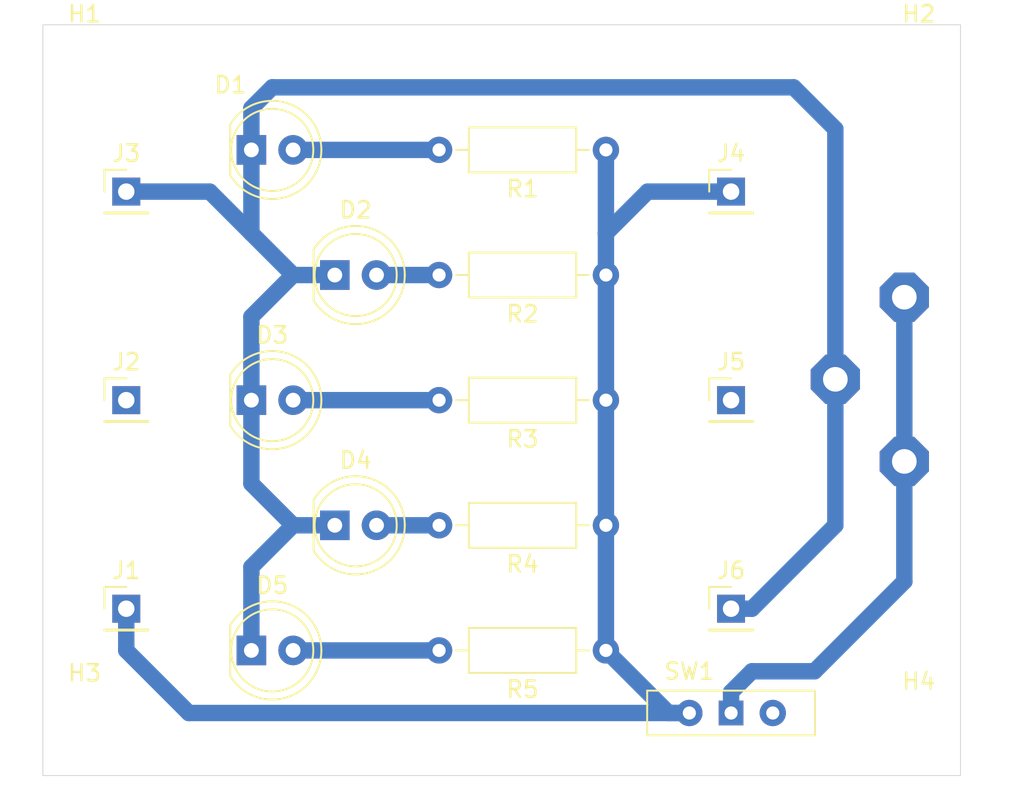
<source format=kicad_pcb>
(kicad_pcb (version 20240108) (generator "pcbnew") (generator_version "8.0")
  (layers (0 "F.Cu" signal) (31 "B.Cu" signal) (34 "B.Paste" user) (35 "F.Paste" user) (36 "B.SilkS" user "B.Silkscreen") (37 "F.SilkS" user "F.Silkscreen") (38 "B.Mask" user) (39 "F.Mask" user) (44 "Edge.Cuts" user))
  (net 0 "")
  (net 1 "Net-(BT1--)")
  (net 2 "Net-(BT1-+)")
  (net 3 "Net-(D1-A)")
  (net 7 "Net-(D2-A)")
  (net 8 "Net-(D3-A)")
  (net 9 "Net-(D4-A)")
  (net 10 "Net-(D5-A)")
  (net 11 "Net-(J1-Pin_1)")
  (footprint "LED_THT:LED_D5.0mm" (layer "F.Cu") (at 101.6 83.82)
    (property "Reference" "D3" (at 1.27 -3.96 0) (layer "F.SilkS"))
    (property "Value" "LED")
    (fp_line (start -1.29 -1.545) (end -1.29 1.545) (stroke (width 0.12)) (layer "F.SilkS"))
    (fp_arc (start -1.29 -1.54483) (mid 2.072002 -2.880433) (end 4.26 0.000462) (stroke (width 0.12)) (layer "F.SilkS"))
    (fp_arc (start 4.26 -0.000462) (mid 2.072002 2.880433) (end -1.29 1.54483) (stroke (width 0.12)) (layer "F.SilkS"))
    (fp_circle (center 1.27 0) (end 3.77 0) (stroke (width 0.12)) (fill none) (layer "F.SilkS"))
    (pad "1" thru_hole rect (at 0 0) (size 1.8 1.8) (drill 0.9) (layers "*.Cu" "*.Mask") (net 1 "Net-(BT1--)"))
    (pad "2" thru_hole circle (at 2.54 0) (size 1.8 1.8) (drill 0.9) (layers "*.Cu" "*.Mask") (net 8 "Net-(D3-A)"))
  )
  (footprint "Resistor_THT:R_Axial_DIN0207_L6.3mm_D2.5mm_P10.16mm_Horizontal" (layer "F.Cu") (at 123.19 83.82 180)
    (property "Reference" "R3" (at 5.08 -2.37 180) (layer "F.SilkS"))
    (property "Value" "R")
    (fp_line (start 9.12 0) (end 8.35 0) (stroke (width 0.12)) (layer "F.SilkS"))
    (fp_line (start 8.35 1.37) (end 8.35 -1.37) (stroke (width 0.12)) (layer "F.SilkS"))
    (fp_line (start 8.35 -1.37) (end 1.81 -1.37) (stroke (width 0.12)) (layer "F.SilkS"))
    (fp_line (start 1.81 1.37) (end 8.35 1.37) (stroke (width 0.12)) (layer "F.SilkS"))
    (fp_line (start 1.81 -1.37) (end 1.81 1.37) (stroke (width 0.12)) (layer "F.SilkS"))
    (fp_line (start 1.04 0) (end 1.81 0) (stroke (width 0.12)) (layer "F.SilkS"))
    (pad "1" thru_hole circle (at 0 0 180) (size 1.6 1.6) (drill 0.8) (layers "*.Cu" "*.Mask") (net 11 "Net-(J1-Pin_1)"))
    (pad "2" thru_hole oval (at 10.16 0 180) (size 1.6 1.6) (drill 0.8) (layers "*.Cu" "*.Mask") (net 8 "Net-(D3-A)"))
  )
  (footprint "LED_THT:LED_D5.0mm" (layer "F.Cu") (at 101.6 68.58)
    (property "Reference" "D1" (at -1.27 -3.96 0) (layer "F.SilkS"))
    (property "Value" "LED")
    (fp_line (start -1.29 -1.545) (end -1.29 1.545) (stroke (width 0.12)) (layer "F.SilkS"))
    (fp_arc (start -1.29 -1.54483) (mid 2.072002 -2.880433) (end 4.26 0.000462) (stroke (width 0.12)) (layer "F.SilkS"))
    (fp_arc (start 4.26 -0.000462) (mid 2.072002 2.880433) (end -1.29 1.54483) (stroke (width 0.12)) (layer "F.SilkS"))
    (fp_circle (center 1.27 0) (end 3.77 0) (stroke (width 0.12)) (fill none) (layer "F.SilkS"))
    (pad "1" thru_hole rect (at 0 0) (size 1.8 1.8) (drill 0.9) (layers "*.Cu" "*.Mask") (net 1 "Net-(BT1--)"))
    (pad "2" thru_hole circle (at 2.54 0) (size 1.8 1.8) (drill 0.9) (layers "*.Cu" "*.Mask") (net 3 "Net-(D1-A)"))
  )
  (footprint "Resistor_THT:R_Axial_DIN0207_L6.3mm_D2.5mm_P10.16mm_Horizontal" (layer "F.Cu") (at 123.19 76.2 180)
    (property "Reference" "R2" (at 5.08 -2.37 180) (layer "F.SilkS"))
    (property "Value" "R")
    (fp_line (start 9.12 0) (end 8.35 0) (stroke (width 0.12)) (layer "F.SilkS"))
    (fp_line (start 8.35 1.37) (end 8.35 -1.37) (stroke (width 0.12)) (layer "F.SilkS"))
    (fp_line (start 8.35 -1.37) (end 1.81 -1.37) (stroke (width 0.12)) (layer "F.SilkS"))
    (fp_line (start 1.81 1.37) (end 8.35 1.37) (stroke (width 0.12)) (layer "F.SilkS"))
    (fp_line (start 1.81 -1.37) (end 1.81 1.37) (stroke (width 0.12)) (layer "F.SilkS"))
    (fp_line (start 1.04 0) (end 1.81 0) (stroke (width 0.12)) (layer "F.SilkS"))
    (pad "1" thru_hole circle (at 0 0 180) (size 1.6 1.6) (drill 0.8) (layers "*.Cu" "*.Mask") (net 11 "Net-(J1-Pin_1)"))
    (pad "2" thru_hole oval (at 10.16 0 180) (size 1.6 1.6) (drill 0.8) (layers "*.Cu" "*.Mask") (net 7 "Net-(D2-A)"))
  )
  (footprint "LED_THT:LED_D5.0mm" (layer "F.Cu") (at 106.68 91.44)
    (property "Reference" "D4" (at 1.27 -3.96 0) (layer "F.SilkS"))
    (property "Value" "LED")
    (fp_line (start -1.29 -1.545) (end -1.29 1.545) (stroke (width 0.12)) (layer "F.SilkS"))
    (fp_arc (start -1.29 -1.54483) (mid 2.072002 -2.880433) (end 4.26 0.000462) (stroke (width 0.12)) (layer "F.SilkS"))
    (fp_arc (start 4.26 -0.000462) (mid 2.072002 2.880433) (end -1.29 1.54483) (stroke (width 0.12)) (layer "F.SilkS"))
    (fp_circle (center 1.27 0) (end 3.77 0) (stroke (width 0.12)) (fill none) (layer "F.SilkS"))
    (pad "1" thru_hole rect (at 0 0) (size 1.8 1.8) (drill 0.9) (layers "*.Cu" "*.Mask") (net 1 "Net-(BT1--)"))
    (pad "2" thru_hole circle (at 2.54 0) (size 1.8 1.8) (drill 0.9) (layers "*.Cu" "*.Mask") (net 9 "Net-(D4-A)"))
  )
  (footprint "Button_Switch_THT:SW_Slide-03_Wuerth-WS-SLTV_10x2.5x6.4_P2.54mm" (layer "F.Cu") (at 130.81 102.87)
    (property "Reference" "SW1" (at -2.54 -2.54 0) (layer "F.SilkS"))
    (property "Value" "SW_SPDT_312")
    (fp_rect (start -5.11 -1.36) (end 5.11 1.36) (stroke (width 0.12)) (fill none) (layer "F.SilkS"))
    (pad "1" thru_hole rect (at 0 0) (size 1.5 1.5) (drill 0.8) (layers "*.Cu" "*.Mask") (net 2 "Net-(BT1-+)"))
    (pad "2" thru_hole circle (at -2.54 0) (size 1.6 1.6) (drill 0.8) (layers "*.Cu" "*.Mask") (net 11 "Net-(J1-Pin_1)"))
    (pad "3" thru_hole circle (at 2.54 0) (size 1.6 1.6) (drill 0.8) (layers "*.Cu" "*.Mask"))
  )
  (footprint "Connector_PinHeader_2.54mm:PinHeader_1x01_P2.54mm_Vertical" (layer "F.Cu") (at 130.81 71.12)
    (property "Reference" "J4" (at 0 -2.33 0) (layer "F.SilkS"))
    (property "Value" "LED Figur 2/1")
    (fp_line (start -1.33 -1.33) (end 0 -1.33) (stroke (width 0.12)) (layer "F.SilkS"))
    (fp_line (start -1.33 0) (end -1.33 -1.33) (stroke (width 0.12)) (layer "F.SilkS"))
    (fp_line (start -1.33 1.27) (end -1.33 1.33) (stroke (width 0.12)) (layer "F.SilkS"))
    (fp_line (start -1.33 1.27) (end 1.33 1.27) (stroke (width 0.12)) (layer "F.SilkS"))
    (fp_line (start -1.33 1.33) (end 1.33 1.33) (stroke (width 0.12)) (layer "F.SilkS"))
    (fp_line (start 1.33 1.27) (end 1.33 1.33) (stroke (width 0.12)) (layer "F.SilkS"))
    (pad "1" thru_hole rect (at 0 0) (size 1.7 1.7) (drill 1) (layers "*.Cu" "*.Mask") (net 11 "Net-(J1-Pin_1)"))
  )
  (footprint "Resistor_THT:R_Axial_DIN0207_L6.3mm_D2.5mm_P10.16mm_Horizontal" (layer "F.Cu") (at 123.19 68.58 180)
    (property "Reference" "R1" (at 5.08 -2.37 180) (layer "F.SilkS"))
    (property "Value" "R")
    (fp_line (start 9.12 0) (end 8.35 0) (stroke (width 0.12)) (layer "F.SilkS"))
    (fp_line (start 8.35 1.37) (end 8.35 -1.37) (stroke (width 0.12)) (layer "F.SilkS"))
    (fp_line (start 8.35 -1.37) (end 1.81 -1.37) (stroke (width 0.12)) (layer "F.SilkS"))
    (fp_line (start 1.81 1.37) (end 8.35 1.37) (stroke (width 0.12)) (layer "F.SilkS"))
    (fp_line (start 1.81 -1.37) (end 1.81 1.37) (stroke (width 0.12)) (layer "F.SilkS"))
    (fp_line (start 1.04 0) (end 1.81 0) (stroke (width 0.12)) (layer "F.SilkS"))
    (pad "1" thru_hole circle (at 0 0 180) (size 1.6 1.6) (drill 0.8) (layers "*.Cu" "*.Mask") (net 11 "Net-(J1-Pin_1)"))
    (pad "2" thru_hole oval (at 10.16 0 180) (size 1.6 1.6) (drill 0.8) (layers "*.Cu" "*.Mask") (net 3 "Net-(D1-A)"))
  )
  (footprint "MountingHole:MountingHole_2.1mm" (layer "F.Cu") (at 91.44 63.5)
    (property "Reference" "H1" (at 0 -3.2 0) (layer "F.SilkS"))
    (property "Value" "MountingHole")
    (pad "" np_thru_hole circle (at 0 0) (size 2.1 2.1) (drill 2.1) (layers "*.Cu" "*.Mask"))
  )
  (footprint "LED_THT:LED_D5.0mm" (layer "F.Cu") (at 106.68 76.2)
    (property "Reference" "D2" (at 1.27 -3.96 0) (layer "F.SilkS"))
    (property "Value" "LED")
    (fp_line (start -1.29 -1.545) (end -1.29 1.545) (stroke (width 0.12)) (layer "F.SilkS"))
    (fp_arc (start -1.29 -1.54483) (mid 2.072002 -2.880433) (end 4.26 0.000462) (stroke (width 0.12)) (layer "F.SilkS"))
    (fp_arc (start 4.26 -0.000462) (mid 2.072002 2.880433) (end -1.29 1.54483) (stroke (width 0.12)) (layer "F.SilkS"))
    (fp_circle (center 1.27 0) (end 3.77 0) (stroke (width 0.12)) (fill none) (layer "F.SilkS"))
    (pad "1" thru_hole rect (at 0 0) (size 1.8 1.8) (drill 0.9) (layers "*.Cu" "*.Mask") (net 1 "Net-(BT1--)"))
    (pad "2" thru_hole circle (at 2.54 0) (size 1.8 1.8) (drill 0.9) (layers "*.Cu" "*.Mask") (net 7 "Net-(D2-A)"))
  )
  (footprint "MountingHole:MountingHole_2.1mm" (layer "F.Cu") (at 91.44 103.64)
    (property "Reference" "H3" (at 0 -3.2 0) (layer "F.SilkS"))
    (property "Value" "MountingHole")
    (pad "" np_thru_hole circle (at 0 0) (size 2.1 2.1) (drill 2.1) (layers "*.Cu" "*.Mask"))
  )
  (footprint "MountingHole:MountingHole_2.1mm" (layer "F.Cu") (at 142.24 104.14)
    (property "Reference" "H4" (at 0 -3.2 0) (layer "F.SilkS"))
    (property "Value" "MountingHole")
    (pad "" np_thru_hole circle (at 0 0) (size 2.1 2.1) (drill 2.1) (layers "*.Cu" "*.Mask"))
  )
  (footprint "Connector_PinHeader_2.54mm:PinHeader_1x01_P2.54mm_Vertical" (layer "F.Cu") (at 130.81 83.82)
    (property "Reference" "J5" (at 0 -2.33 0) (layer "F.SilkS"))
    (property "Value" "LED Figur 2/2")
    (fp_line (start -1.33 -1.33) (end 0 -1.33) (stroke (width 0.12)) (layer "F.SilkS"))
    (fp_line (start -1.33 0) (end -1.33 -1.33) (stroke (width 0.12)) (layer "F.SilkS"))
    (fp_line (start -1.33 1.27) (end -1.33 1.33) (stroke (width 0.12)) (layer "F.SilkS"))
    (fp_line (start -1.33 1.27) (end 1.33 1.27) (stroke (width 0.12)) (layer "F.SilkS"))
    (fp_line (start -1.33 1.33) (end 1.33 1.33) (stroke (width 0.12)) (layer "F.SilkS"))
    (fp_line (start 1.33 1.27) (end 1.33 1.33) (stroke (width 0.12)) (layer "F.SilkS"))
    (pad "1" thru_hole rect (at 0 0) (size 1.7 1.7) (drill 1) (layers "*.Cu" "*.Mask"))
  )
  (footprint "HTL_Saalfelden_Bernsteiner:Varta CR2032" (layer "F.Cu") (at 137.16 82.55 90)
    (property "Reference" "BT1" (hide yes))
    (property "Value" "Battery_Cell" (hide yes))
    (pad "1" thru_hole roundrect (at -5 4.2 90) (size 3 3) (drill 1.5) (layers "*.Cu" "*.Mask") (roundrect_rratio 0) (chamfer_ratio 0.3) (chamfer top_left top_right bottom_left bottom_right) (net 2 "Net-(BT1-+)"))
    (pad "1" thru_hole roundrect (at 5 4.2 90) (size 3 3) (drill 1.5) (layers "*.Cu" "*.Mask") (roundrect_rratio 0) (chamfer_ratio 0.3) (chamfer top_left top_right bottom_left bottom_right) (net 2 "Net-(BT1-+)"))
    (pad "2" thru_hole roundrect (at 0 0 90) (size 3 3) (drill 1.5) (layers "*.Cu" "*.Mask") (roundrect_rratio 0) (chamfer_ratio 0.3) (chamfer top_left top_right bottom_left bottom_right) (net 1 "Net-(BT1--)"))
  )
  (footprint "LED_THT:LED_D5.0mm" (layer "F.Cu") (at 101.6 99.06)
    (property "Reference" "D5" (at 1.27 -3.96 0) (layer "F.SilkS"))
    (property "Value" "LED")
    (fp_line (start -1.29 -1.545) (end -1.29 1.545) (stroke (width 0.12)) (layer "F.SilkS"))
    (fp_arc (start -1.29 -1.54483) (mid 2.072002 -2.880433) (end 4.26 0.000462) (stroke (width 0.12)) (layer "F.SilkS"))
    (fp_arc (start 4.26 -0.000462) (mid 2.072002 2.880433) (end -1.29 1.54483) (stroke (width 0.12)) (layer "F.SilkS"))
    (fp_circle (center 1.27 0) (end 3.77 0) (stroke (width 0.12)) (fill none) (layer "F.SilkS"))
    (pad "1" thru_hole rect (at 0 0) (size 1.8 1.8) (drill 0.9) (layers "*.Cu" "*.Mask") (net 1 "Net-(BT1--)"))
    (pad "2" thru_hole circle (at 2.54 0) (size 1.8 1.8) (drill 0.9) (layers "*.Cu" "*.Mask") (net 10 "Net-(D5-A)"))
  )
  (footprint "Resistor_THT:R_Axial_DIN0207_L6.3mm_D2.5mm_P10.16mm_Horizontal" (layer "F.Cu") (at 123.19 99.06 180)
    (property "Reference" "R5" (at 5.08 -2.37 180) (layer "F.SilkS"))
    (property "Value" "R")
    (fp_line (start 9.12 0) (end 8.35 0) (stroke (width 0.12)) (layer "F.SilkS"))
    (fp_line (start 8.35 1.37) (end 8.35 -1.37) (stroke (width 0.12)) (layer "F.SilkS"))
    (fp_line (start 8.35 -1.37) (end 1.81 -1.37) (stroke (width 0.12)) (layer "F.SilkS"))
    (fp_line (start 1.81 1.37) (end 8.35 1.37) (stroke (width 0.12)) (layer "F.SilkS"))
    (fp_line (start 1.81 -1.37) (end 1.81 1.37) (stroke (width 0.12)) (layer "F.SilkS"))
    (fp_line (start 1.04 0) (end 1.81 0) (stroke (width 0.12)) (layer "F.SilkS"))
    (pad "1" thru_hole circle (at 0 0 180) (size 1.6 1.6) (drill 0.8) (layers "*.Cu" "*.Mask") (net 11 "Net-(J1-Pin_1)"))
    (pad "2" thru_hole oval (at 10.16 0 180) (size 1.6 1.6) (drill 0.8) (layers "*.Cu" "*.Mask") (net 10 "Net-(D5-A)"))
  )
  (footprint "Connector_PinHeader_2.54mm:PinHeader_1x01_P2.54mm_Vertical" (layer "F.Cu") (at 130.81 96.52)
    (property "Reference" "J6" (at 0 -2.33 0) (layer "F.SilkS"))
    (property "Value" "LED Figur 2/3")
    (fp_line (start -1.33 -1.33) (end 0 -1.33) (stroke (width 0.12)) (layer "F.SilkS"))
    (fp_line (start -1.33 0) (end -1.33 -1.33) (stroke (width 0.12)) (layer "F.SilkS"))
    (fp_line (start -1.33 1.27) (end -1.33 1.33) (stroke (width 0.12)) (layer "F.SilkS"))
    (fp_line (start -1.33 1.27) (end 1.33 1.27) (stroke (width 0.12)) (layer "F.SilkS"))
    (fp_line (start -1.33 1.33) (end 1.33 1.33) (stroke (width 0.12)) (layer "F.SilkS"))
    (fp_line (start 1.33 1.27) (end 1.33 1.33) (stroke (width 0.12)) (layer "F.SilkS"))
    (pad "1" thru_hole rect (at 0 0) (size 1.7 1.7) (drill 1) (layers "*.Cu" "*.Mask") (net 1 "Net-(BT1--)"))
  )
  (footprint "Connector_PinHeader_2.54mm:PinHeader_1x01_P2.54mm_Vertical" (layer "F.Cu") (at 93.98 71.12)
    (property "Reference" "J3" (at 0 -2.33 0) (layer "F.SilkS"))
    (property "Value" "LED Figur 1/3")
    (fp_line (start -1.33 -1.33) (end 0 -1.33) (stroke (width 0.12)) (layer "F.SilkS"))
    (fp_line (start -1.33 0) (end -1.33 -1.33) (stroke (width 0.12)) (layer "F.SilkS"))
    (fp_line (start -1.33 1.27) (end -1.33 1.33) (stroke (width 0.12)) (layer "F.SilkS"))
    (fp_line (start -1.33 1.27) (end 1.33 1.27) (stroke (width 0.12)) (layer "F.SilkS"))
    (fp_line (start -1.33 1.33) (end 1.33 1.33) (stroke (width 0.12)) (layer "F.SilkS"))
    (fp_line (start 1.33 1.27) (end 1.33 1.33) (stroke (width 0.12)) (layer "F.SilkS"))
    (pad "1" thru_hole rect (at 0 0) (size 1.7 1.7) (drill 1) (layers "*.Cu" "*.Mask") (net 1 "Net-(BT1--)"))
  )
  (footprint "Resistor_THT:R_Axial_DIN0207_L6.3mm_D2.5mm_P10.16mm_Horizontal" (layer "F.Cu") (at 123.19 91.44 180)
    (property "Reference" "R4" (at 5.08 -2.37 180) (layer "F.SilkS"))
    (property "Value" "R")
    (fp_line (start 9.12 0) (end 8.35 0) (stroke (width 0.12)) (layer "F.SilkS"))
    (fp_line (start 8.35 1.37) (end 8.35 -1.37) (stroke (width 0.12)) (layer "F.SilkS"))
    (fp_line (start 8.35 -1.37) (end 1.81 -1.37) (stroke (width 0.12)) (layer "F.SilkS"))
    (fp_line (start 1.81 1.37) (end 8.35 1.37) (stroke (width 0.12)) (layer "F.SilkS"))
    (fp_line (start 1.81 -1.37) (end 1.81 1.37) (stroke (width 0.12)) (layer "F.SilkS"))
    (fp_line (start 1.04 0) (end 1.81 0) (stroke (width 0.12)) (layer "F.SilkS"))
    (pad "1" thru_hole circle (at 0 0 180) (size 1.6 1.6) (drill 0.8) (layers "*.Cu" "*.Mask") (net 11 "Net-(J1-Pin_1)"))
    (pad "2" thru_hole oval (at 10.16 0 180) (size 1.6 1.6) (drill 0.8) (layers "*.Cu" "*.Mask") (net 9 "Net-(D4-A)"))
  )
  (footprint "Connector_PinHeader_2.54mm:PinHeader_1x01_P2.54mm_Vertical" (layer "F.Cu") (at 93.98 96.52)
    (property "Reference" "J1" (at 0 -2.33 0) (layer "F.SilkS"))
    (property "Value" "LED Figur 1/1")
    (fp_line (start -1.33 -1.33) (end 0 -1.33) (stroke (width 0.12)) (layer "F.SilkS"))
    (fp_line (start -1.33 0) (end -1.33 -1.33) (stroke (width 0.12)) (layer "F.SilkS"))
    (fp_line (start -1.33 1.27) (end -1.33 1.33) (stroke (width 0.12)) (layer "F.SilkS"))
    (fp_line (start -1.33 1.27) (end 1.33 1.27) (stroke (width 0.12)) (layer "F.SilkS"))
    (fp_line (start -1.33 1.33) (end 1.33 1.33) (stroke (width 0.12)) (layer "F.SilkS"))
    (fp_line (start 1.33 1.27) (end 1.33 1.33) (stroke (width 0.12)) (layer "F.SilkS"))
    (pad "1" thru_hole rect (at 0 0) (size 1.7 1.7) (drill 1) (layers "*.Cu" "*.Mask") (net 11 "Net-(J1-Pin_1)"))
  )
  (footprint "MountingHole:MountingHole_2.1mm" (layer "F.Cu") (at 142.24 63.5)
    (property "Reference" "H2" (at 0 -3.2 0) (layer "F.SilkS"))
    (property "Value" "MountingHole")
    (pad "" np_thru_hole circle (at 0 0) (size 2.1 2.1) (drill 2.1) (layers "*.Cu" "*.Mask"))
  )
  (footprint "Connector_PinHeader_2.54mm:PinHeader_1x01_P2.54mm_Vertical" (layer "F.Cu") (at 93.98 83.82)
    (property "Reference" "J2" (at 0 -2.33 0) (layer "F.SilkS"))
    (property "Value" "LED Figur 1/2")
    (fp_line (start -1.33 -1.33) (end 0 -1.33) (stroke (width 0.12)) (layer "F.SilkS"))
    (fp_line (start -1.33 0) (end -1.33 -1.33) (stroke (width 0.12)) (layer "F.SilkS"))
    (fp_line (start -1.33 1.27) (end -1.33 1.33) (stroke (width 0.12)) (layer "F.SilkS"))
    (fp_line (start -1.33 1.27) (end 1.33 1.27) (stroke (width 0.12)) (layer "F.SilkS"))
    (fp_line (start -1.33 1.33) (end 1.33 1.33) (stroke (width 0.12)) (layer "F.SilkS"))
    (fp_line (start 1.33 1.27) (end 1.33 1.33) (stroke (width 0.12)) (layer "F.SilkS"))
    (pad "1" thru_hole rect (at 0 0) (size 1.7 1.7) (drill 1) (layers "*.Cu" "*.Mask"))
  )
  (gr_rect (start 88.9 60.96) (end 144.78 106.68) (stroke (width 0.05)) (fill none) (layer "Edge.Cuts"))
  (segment (start 104.14 76.2) (end 101.6 73.66) (width 1) (layer "B.Cu") (net 1))
  (segment (start 101.6 73.66) (end 101.6 68.58) (width 1) (layer "B.Cu") (net 1))
  (segment (start 101.6 83.82) (end 101.6 78.74) (width 1) (layer "B.Cu") (net 1))
  (segment (start 101.6 68.58) (end 101.6 66.04) (width 1) (layer "B.Cu") (net 1))
  (segment (start 102.87 64.77) (end 134.62 64.77) (width 1) (layer "B.Cu") (net 1))
  (segment (start 101.6 88.9) (end 101.6 83.82) (width 1) (layer "B.Cu") (net 1))
  (segment (start 137.16 82.55) (end 137.16 91.44) (width 1) (layer "B.Cu") (net 1))
  (segment (start 104.14 76.2) (end 106.68 76.2) (width 1) (layer "B.Cu") (net 1))
  (segment (start 101.6 66.04) (end 102.87 64.77) (width 1) (layer "B.Cu") (net 1))
  (segment (start 99.06 71.12) (end 101.6 73.66) (width 1) (layer "B.Cu") (net 1))
  (segment (start 132.08 96.52) (end 130.81 96.52) (width 1) (layer "B.Cu") (net 1))
  (segment (start 104.14 91.44) (end 101.6 88.9) (width 1) (layer "B.Cu") (net 1))
  (segment (start 137.16 91.44) (end 132.08 96.52) (width 1) (layer "B.Cu") (net 1))
  (segment (start 137.16 82.55) (end 137.16 67.31) (width 1) (layer "B.Cu") (net 1))
  (segment (start 93.98 71.12) (end 99.06 71.12) (width 1) (layer "B.Cu") (net 1))
  (segment (start 101.6 78.74) (end 104.14 76.2) (width 1) (layer "B.Cu") (net 1))
  (segment (start 101.6 99.06) (end 101.6 93.98) (width 1) (layer "B.Cu") (net 1))
  (segment (start 137.16 67.31) (end 134.62 64.77) (width 1) (layer "B.Cu") (net 1))
  (segment (start 104.14 91.44) (end 106.68 91.44) (width 1) (layer "B.Cu") (net 1))
  (segment (start 101.6 93.98) (end 104.14 91.44) (width 1) (layer "B.Cu") (net 1))
  (segment (start 130.81 102.87) (end 130.81 101.6) (width 1) (layer "B.Cu") (net 2))
  (segment (start 130.81 101.6) (end 132.08 100.33) (width 1) (layer "B.Cu") (net 2))
  (segment (start 135.89 100.33) (end 141.365 94.855) (width 1) (layer "B.Cu") (net 2))
  (segment (start 141.36 87.55) (end 141.36 94.85) (width 1) (layer "B.Cu") (net 2))
  (segment (start 132.08 100.33) (end 135.89 100.33) (width 1) (layer "B.Cu") (net 2))
  (segment (start 141.36 77.55) (end 141.36 87.55) (width 1) (layer "B.Cu") (net 2))
  (segment (start 141.36 94.85) (end 141.365 94.855) (width 1) (layer "B.Cu") (net 2))
  (segment (start 113.03 68.58) (end 104.14 68.58) (width 1) (layer "B.Cu") (net 3))
  (segment (start 113.03 76.2) (end 109.22 76.2) (width 1) (layer "B.Cu") (net 7))
  (segment (start 113.03 83.82) (end 104.14 83.82) (width 1) (layer "B.Cu") (net 8))
  (segment (start 113.03 91.44) (end 109.22 91.44) (width 1) (layer "B.Cu") (net 9))
  (segment (start 104.14 99.06) (end 113.03 99.06) (width 1) (layer "B.Cu") (net 10))
  (segment (start 123.19 91.44) (end 123.19 83.82) (width 1) (layer "B.Cu") (net 11))
  (segment (start 123.19 83.82) (end 123.19 76.2) (width 1) (layer "B.Cu") (net 11))
  (segment (start 130.81 71.12) (end 125.73 71.12) (width 1) (layer "B.Cu") (net 11))
  (segment (start 93.98 99.06) (end 97.79 102.87) (width 1) (layer "B.Cu") (net 11))
  (segment (start 125.73 71.12) (end 123.19 73.66) (width 1) (layer "B.Cu") (net 11))
  (segment (start 123.19 99.06) (end 123.19 91.44) (width 1) (layer "B.Cu") (net 11))
  (segment (start 123.19 68.58) (end 123.19 73.66) (width 1) (layer "B.Cu") (net 11))
  (segment (start 97.79 102.87) (end 128.27 102.87) (width 1) (layer "B.Cu") (net 11))
  (segment (start 93.98 96.52) (end 93.98 99.06) (width 1) (layer "B.Cu") (net 11))
  (segment (start 128.27 102.87) (end 127 102.87) (width 1) (layer "B.Cu") (net 11))
  (segment (start 123.19 73.66) (end 123.19 76.2) (width 1) (layer "B.Cu") (net 11))
  (segment (start 127 102.87) (end 123.19 99.06) (width 1) (layer "B.Cu") (net 11))
)
</source>
